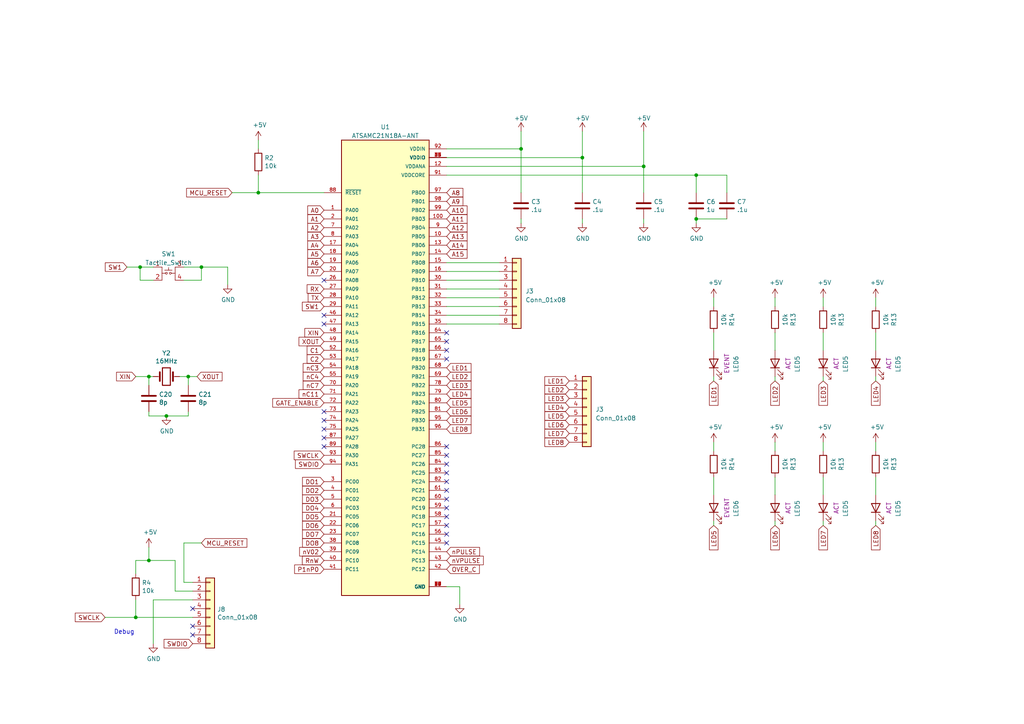
<source format=kicad_sch>
(kicad_sch (version 20230121) (generator eeschema)
  (paper "A4")
  (lib_symbols
    (symbol "ATSAMC21N18A-ANT:ATSAMC21N18A-ANT" (pin_names (offset 1.016))
      (property "Reference" "U" (at -12.7 67.31 0))
      (property "Value" "ATSAMC21N18A-ANT" (at -12.7 -67.31 0))
      (symbol "ATSAMC21N18A-ANT_0_0"
        (rectangle (start -12.7 -66.04) (end 12.7 66.04) (stroke (width 0.254)) (fill (type background)))
        (pin bidirectional line (at -17.78 45.72 0) (length 5.08) (name "PA00") (number "1"))
        (pin bidirectional line (at 17.78 38.1 180) (length 5.08) (name "PB05") (number "10"))
        (pin bidirectional line (at 17.78 43.18 180) (length 5.08) (name "PB03") (number "100"))
        (pin power_in line (at 17.78 -63.5 180) (length 5.08) (name "GND") (number "11"))
        (pin power_in line (at 17.78 58.42 180) (length 5.08) (name "VDDANA") (number "12"))
        (pin bidirectional line (at 17.78 35.56 180) (length 5.08) (name "PB06") (number "13"))
        (pin bidirectional line (at 17.78 33.02 180) (length 5.08) (name "PB07") (number "14"))
        (pin bidirectional line (at 17.78 30.48 180) (length 5.08) (name "PB08") (number "15"))
        (pin bidirectional line (at 17.78 27.94 180) (length 5.08) (name "PB09") (number "16"))
        (pin bidirectional line (at -17.78 35.56 0) (length 5.08) (name "PA04") (number "17"))
        (pin bidirectional line (at -17.78 33.02 0) (length 5.08) (name "PA05") (number "18"))
        (pin bidirectional line (at -17.78 30.48 0) (length 5.08) (name "PA06") (number "19"))
        (pin bidirectional line (at -17.78 43.18 0) (length 5.08) (name "PA01") (number "2"))
        (pin bidirectional line (at -17.78 27.94 0) (length 5.08) (name "PA07") (number "20"))
        (pin bidirectional line (at -17.78 -43.18 0) (length 5.08) (name "PC05") (number "21"))
        (pin bidirectional line (at -17.78 -45.72 0) (length 5.08) (name "PC06") (number "22"))
        (pin bidirectional line (at -17.78 -48.26 0) (length 5.08) (name "PC07") (number "23"))
        (pin power_in line (at 17.78 -63.5 180) (length 5.08) (name "GND") (number "24"))
        (pin power_in line (at 17.78 60.96 180) (length 5.08) (name "VDDIO") (number "25"))
        (pin bidirectional line (at -17.78 25.4 0) (length 5.08) (name "PA08") (number "26"))
        (pin bidirectional line (at -17.78 22.86 0) (length 5.08) (name "PA09") (number "27"))
        (pin bidirectional line (at -17.78 20.32 0) (length 5.08) (name "PA10") (number "28"))
        (pin bidirectional line (at -17.78 17.78 0) (length 5.08) (name "PA11") (number "29"))
        (pin bidirectional line (at -17.78 -33.02 0) (length 5.08) (name "PC00") (number "3"))
        (pin bidirectional line (at 17.78 25.4 180) (length 5.08) (name "PB10") (number "30"))
        (pin bidirectional line (at 17.78 22.86 180) (length 5.08) (name "PB11") (number "31"))
        (pin bidirectional line (at 17.78 20.32 180) (length 5.08) (name "PB12") (number "32"))
        (pin bidirectional line (at 17.78 17.78 180) (length 5.08) (name "PB13") (number "33"))
        (pin bidirectional line (at 17.78 15.24 180) (length 5.08) (name "PB14") (number "34"))
        (pin bidirectional line (at 17.78 12.7 180) (length 5.08) (name "PB15") (number "35"))
        (pin power_in line (at 17.78 60.96 180) (length 5.08) (name "VDDIO") (number "36"))
        (pin power_in line (at 17.78 -63.5 180) (length 5.08) (name "GND") (number "37"))
        (pin bidirectional line (at -17.78 -50.8 0) (length 5.08) (name "PC08") (number "38"))
        (pin bidirectional line (at -17.78 -53.34 0) (length 5.08) (name "PC09") (number "39"))
        (pin bidirectional line (at -17.78 -35.56 0) (length 5.08) (name "PC01") (number "4"))
        (pin bidirectional line (at -17.78 -55.88 0) (length 5.08) (name "PC10") (number "40"))
        (pin bidirectional line (at -17.78 -58.42 0) (length 5.08) (name "PC11") (number "41"))
        (pin bidirectional line (at 17.78 -58.42 180) (length 5.08) (name "PC12") (number "42"))
        (pin bidirectional line (at 17.78 -55.88 180) (length 5.08) (name "PC13") (number "43"))
        (pin bidirectional line (at 17.78 -53.34 180) (length 5.08) (name "PC14") (number "44"))
        (pin bidirectional line (at 17.78 -50.8 180) (length 5.08) (name "PC15") (number "45"))
        (pin bidirectional line (at -17.78 15.24 0) (length 5.08) (name "PA12") (number "46"))
        (pin bidirectional line (at -17.78 12.7 0) (length 5.08) (name "PA13") (number "47"))
        (pin bidirectional line (at -17.78 10.16 0) (length 5.08) (name "PA14") (number "48"))
        (pin bidirectional line (at -17.78 7.62 0) (length 5.08) (name "PA15") (number "49"))
        (pin bidirectional line (at -17.78 -38.1 0) (length 5.08) (name "PC02") (number "5"))
        (pin power_in line (at 17.78 -63.5 180) (length 5.08) (name "GND") (number "50"))
        (pin power_in line (at 17.78 60.96 180) (length 5.08) (name "VDDIO") (number "51"))
        (pin bidirectional line (at -17.78 5.08 0) (length 5.08) (name "PA16") (number "52"))
        (pin bidirectional line (at -17.78 2.54 0) (length 5.08) (name "PA17") (number "53"))
        (pin bidirectional line (at -17.78 0 0) (length 5.08) (name "PA18") (number "54"))
        (pin bidirectional line (at -17.78 -2.54 0) (length 5.08) (name "PA19") (number "55"))
        (pin bidirectional line (at 17.78 -48.26 180) (length 5.08) (name "PC16") (number "56"))
        (pin bidirectional line (at 17.78 -45.72 180) (length 5.08) (name "PC17") (number "57"))
        (pin bidirectional line (at 17.78 -43.18 180) (length 5.08) (name "PC18") (number "58"))
        (pin bidirectional line (at 17.78 -40.64 180) (length 5.08) (name "PC19") (number "59"))
        (pin bidirectional line (at -17.78 -40.64 0) (length 5.08) (name "PC03") (number "6"))
        (pin bidirectional line (at 17.78 -38.1 180) (length 5.08) (name "PC20") (number "60"))
        (pin bidirectional line (at 17.78 -35.56 180) (length 5.08) (name "PC21") (number "61"))
        (pin power_in line (at 17.78 -63.5 180) (length 5.08) (name "GND") (number "62"))
        (pin power_in line (at 17.78 60.96 180) (length 5.08) (name "VDDIO") (number "63"))
        (pin bidirectional line (at 17.78 10.16 180) (length 5.08) (name "PB16") (number "64"))
        (pin bidirectional line (at 17.78 7.62 180) (length 5.08) (name "PB17") (number "65"))
        (pin bidirectional line (at 17.78 5.08 180) (length 5.08) (name "PB18") (number "66"))
        (pin bidirectional line (at 17.78 2.54 180) (length 5.08) (name "PB19") (number "67"))
        (pin bidirectional line (at 17.78 0 180) (length 5.08) (name "PB20") (number "68"))
        (pin bidirectional line (at 17.78 -2.54 180) (length 5.08) (name "PB21") (number "69"))
        (pin bidirectional line (at -17.78 40.64 0) (length 5.08) (name "PA02") (number "7"))
        (pin bidirectional line (at -17.78 -5.08 0) (length 5.08) (name "PA20") (number "70"))
        (pin bidirectional line (at -17.78 -7.62 0) (length 5.08) (name "PA21") (number "71"))
        (pin bidirectional line (at -17.78 -10.16 0) (length 5.08) (name "PA22") (number "72"))
        (pin bidirectional line (at -17.78 -12.7 0) (length 5.08) (name "PA23") (number "73"))
        (pin bidirectional line (at -17.78 -15.24 0) (length 5.08) (name "PA24") (number "74"))
        (pin bidirectional line (at -17.78 -17.78 0) (length 5.08) (name "PA25") (number "75"))
        (pin power_in line (at 17.78 -63.5 180) (length 5.08) (name "GND") (number "76"))
        (pin power_in line (at 17.78 60.96 180) (length 5.08) (name "VDDIO") (number "77"))
        (pin bidirectional line (at 17.78 -5.08 180) (length 5.08) (name "PB22") (number "78"))
        (pin bidirectional line (at 17.78 -7.62 180) (length 5.08) (name "PB23") (number "79"))
        (pin bidirectional line (at -17.78 38.1 0) (length 5.08) (name "PA03") (number "8"))
        (pin bidirectional line (at 17.78 -10.16 180) (length 5.08) (name "PB24") (number "80"))
        (pin bidirectional line (at 17.78 -12.7 180) (length 5.08) (name "PB25") (number "81"))
        (pin bidirectional line (at 17.78 -33.02 180) (length 5.08) (name "PC24") (number "82"))
        (pin bidirectional line (at 17.78 -30.48 180) (length 5.08) (name "PC25") (number "83"))
        (pin bidirectional line (at 17.78 -27.94 180) (length 5.08) (name "PC26") (number "84"))
        (pin bidirectional line (at 17.78 -25.4 180) (length 5.08) (name "PC27") (number "85"))
        (pin bidirectional line (at 17.78 -22.86 180) (length 5.08) (name "PC28") (number "86"))
        (pin bidirectional line (at -17.78 -20.32 0) (length 5.08) (name "PA27") (number "87"))
        (pin input line (at -17.78 50.8 0) (length 5.08) (name "~{RESET}") (number "88"))
        (pin bidirectional line (at -17.78 -22.86 0) (length 5.08) (name "PA28") (number "89"))
        (pin bidirectional line (at 17.78 40.64 180) (length 5.08) (name "PB04") (number "9"))
        (pin power_in line (at 17.78 -63.5 180) (length 5.08) (name "GND") (number "90"))
        (pin power_in line (at 17.78 55.88 180) (length 5.08) (name "VDDCORE") (number "91"))
        (pin power_in line (at 17.78 63.5 180) (length 5.08) (name "VDDIN") (number "92"))
        (pin bidirectional line (at -17.78 -25.4 0) (length 5.08) (name "PA30") (number "93"))
        (pin bidirectional line (at -17.78 -27.94 0) (length 5.08) (name "PA31") (number "94"))
        (pin bidirectional line (at 17.78 -15.24 180) (length 5.08) (name "PB30") (number "95"))
        (pin bidirectional line (at 17.78 -17.78 180) (length 5.08) (name "PB31") (number "96"))
        (pin bidirectional line (at 17.78 50.8 180) (length 5.08) (name "PB00") (number "97"))
        (pin bidirectional line (at 17.78 48.26 180) (length 5.08) (name "PB01") (number "98"))
        (pin bidirectional line (at 17.78 45.72 180) (length 5.08) (name "PB02") (number "99"))
      )
    )
    (symbol "CommonProjectLibrary:Tactile_Switch" (pin_names (offset 1.016))
      (property "Reference" "SW" (at -0.635 4.318 0))
      (property "Value" "Tactile_Switch" (at -0.381 -5.207 0))
      (symbol "Tactile_Switch_0_1"
        (polyline (pts (xy -2.54 1.27) (xy -2.54 -2.54)))
        (polyline (pts (xy -1.524 -0.508) (xy -2.54 -0.508)))
        (polyline (pts (xy -0.635 0.381) (xy -0.635 1.143)))
        (polyline (pts (xy 0.127 -0.508) (xy 1.27 -0.508)))
        (polyline (pts (xy 1.27 1.27) (xy 1.27 -2.54)))
        (polyline (pts (xy -1.778 0.381) (xy 0.381 0.381) (xy 0.254 0.381)))
      )
      (symbol "Tactile_Switch_1_1"
        (circle (center -1.27 -0.508) (radius 0.2794))
        (circle (center -0.127 -0.508) (radius 0.2794))
        (pin input line (at -5.08 1.27 0) (length 2.54) (name "~") (number "1"))
        (pin input line (at -5.08 -2.54 0) (length 2.54) (name "~") (number "2"))
        (pin input line (at 3.81 1.27 180) (length 2.54) (name "~") (number "3"))
        (pin input line (at 3.81 -2.54 180) (length 2.54) (name "~") (number "4"))
      )
    )
    (symbol "Connector_Generic:Conn_01x08" (pin_names (offset 1.016) hide)
      (property "Reference" "J" (at 0 10.16 0))
      (property "Value" "Conn_01x08" (at 0 -12.7 0))
      (symbol "Conn_01x08_1_1"
        (rectangle (start -1.27 -10.033) (end 0 -10.287) (stroke (width 0.1524)))
        (rectangle (start -1.27 -7.493) (end 0 -7.747) (stroke (width 0.1524)))
        (rectangle (start -1.27 -4.953) (end 0 -5.207) (stroke (width 0.1524)))
        (rectangle (start -1.27 -2.413) (end 0 -2.667) (stroke (width 0.1524)))
        (rectangle (start -1.27 0.127) (end 0 -0.127) (stroke (width 0.1524)))
        (rectangle (start -1.27 2.667) (end 0 2.413) (stroke (width 0.1524)))
        (rectangle (start -1.27 5.207) (end 0 4.953) (stroke (width 0.1524)))
        (rectangle (start -1.27 7.747) (end 0 7.493) (stroke (width 0.1524)))
        (rectangle (start -1.27 8.89) (end 1.27 -11.43) (stroke (width 0.254)) (fill (type background)))
        (pin passive line (at -5.08 7.62 0) (length 3.81) (name "Pin_1") (number "1"))
        (pin passive line (at -5.08 5.08 0) (length 3.81) (name "Pin_2") (number "2"))
        (pin passive line (at -5.08 2.54 0) (length 3.81) (name "Pin_3") (number "3"))
        (pin passive line (at -5.08 0 0) (length 3.81) (name "Pin_4") (number "4"))
        (pin passive line (at -5.08 -2.54 0) (length 3.81) (name "Pin_5") (number "5"))
        (pin passive line (at -5.08 -5.08 0) (length 3.81) (name "Pin_6") (number "6"))
        (pin passive line (at -5.08 -7.62 0) (length 3.81) (name "Pin_7") (number "7"))
        (pin passive line (at -5.08 -10.16 0) (length 3.81) (name "Pin_8") (number "8"))
      )
    )
    (symbol "Device:C" (pin_numbers hide) (pin_names (offset 0.254))
      (property "Reference" "C" (at 0.635 2.54 0))
      (property "Value" "C" (at 0.635 -2.54 0))
      (symbol "C_0_1"
        (polyline (pts (xy -2.032 -0.762) (xy 2.032 -0.762)) (stroke (width 0.508)))
        (polyline (pts (xy -2.032 0.762) (xy 2.032 0.762)) (stroke (width 0.508)))
      )
      (symbol "C_1_1"
        (pin passive line (at 0 3.81 270) (length 2.794) (name "~") (number "1"))
        (pin passive line (at 0 -3.81 90) (length 2.794) (name "~") (number "2"))
      )
    )
    (symbol "Device:Crystal" (pin_numbers hide) (pin_names (offset 1.016) hide)
      (property "Reference" "Y" (at 0 3.81 0))
      (property "Value" "Crystal" (at 0 -3.81 0))
      (symbol "Crystal_0_1"
        (rectangle (start -1.143 2.54) (end 1.143 -2.54) (stroke (width 0.3048)))
        (polyline (pts (xy -2.54 0) (xy -1.905 0)))
        (polyline (pts (xy -1.905 -1.27) (xy -1.905 1.27)) (stroke (width 0.508)))
        (polyline (pts (xy 1.905 -1.27) (xy 1.905 1.27)) (stroke (width 0.508)))
        (polyline (pts (xy 2.54 0) (xy 1.905 0)))
      )
      (symbol "Crystal_1_1"
        (pin passive line (at -3.81 0 0) (length 1.27) (name "1") (number "1"))
        (pin passive line (at 3.81 0 180) (length 1.27) (name "2") (number "2"))
      )
    )
    (symbol "Device:LED" (pin_numbers hide) (pin_names (offset 1.016) hide)
      (property "Reference" "D" (at 0 2.54 0))
      (property "Value" "LED" (at 0 -2.54 0))
      (symbol "LED_0_1"
        (polyline (pts (xy -1.27 -1.27) (xy -1.27 1.27)) (stroke (width 0.254)))
        (polyline (pts (xy -1.27 0) (xy 1.27 0)))
        (polyline (pts (xy 1.27 -1.27) (xy 1.27 1.27) (xy -1.27 0) (xy 1.27 -1.27)) (stroke (width 0.254)))
        (polyline (pts (xy -3.048 -0.762) (xy -4.572 -2.286) (xy -3.81 -2.286) (xy -4.572 -2.286) (xy -4.572 -1.524)))
        (polyline (pts (xy -1.778 -0.762) (xy -3.302 -2.286) (xy -2.54 -2.286) (xy -3.302 -2.286) (xy -3.302 -1.524)))
      )
      (symbol "LED_1_1"
        (pin passive line (at -3.81 0 0) (length 2.54) (name "K") (number "1"))
        (pin passive line (at 3.81 0 180) (length 2.54) (name "A") (number "2"))
      )
    )
    (symbol "Device:R" (pin_numbers hide) (pin_names (offset 0))
      (property "Reference" "R" (at 2.032 0 90))
      (property "Value" "R" (at 0 0 90))
      (symbol "R_0_1"
        (rectangle (start -1.016 -2.54) (end 1.016 2.54) (stroke (width 0.254)))
      )
      (symbol "R_1_1"
        (pin passive line (at 0 3.81 270) (length 1.27) (name "~") (number "1"))
        (pin passive line (at 0 -3.81 90) (length 1.27) (name "~") (number "2"))
      )
    )
    (symbol "power:+5V" (power) (pin_names (offset 0))
      (property "Value" "+5V" (at 0 3.556 0))
      (symbol "+5V_0_1"
        (polyline (pts (xy -0.762 1.27) (xy 0 2.54)))
        (polyline (pts (xy 0 0) (xy 0 2.54)))
        (polyline (pts (xy 0 2.54) (xy 0.762 1.27)))
      )
      (symbol "+5V_1_1"
        (pin power_in line (at 0 0 90) (length 0) hide (name "+5V") (number "1"))
      )
    )
    (symbol "power:GND" (power) (pin_names (offset 0))
      (property "Value" "GND" (at 0 -3.81 0))
      (symbol "GND_0_1"
        (polyline (pts (xy 0 0) (xy 0 -1.27) (xy 1.27 -1.27) (xy 0 -2.54) (xy -1.27 -1.27) (xy 0 -1.27)))
      )
      (symbol "GND_1_1"
        (pin power_in line (at 0 0 270) (length 0) hide (name "GND") (number "1"))
      )
    )
  )
  (junction (at 40.64 77.47))
  (junction (at 168.91 45.72))
  (junction (at 201.93 50.8))
  (junction (at 186.69 48.26))
  (junction (at 48.26 120.65))
  (junction (at 39.37 179.07))
  (junction (at 43.18 109.22))
  (junction (at 74.93 55.88))
  (junction (at 201.93 63.5))
  (junction (at 58.42 77.47))
  (junction (at 43.18 162.56))
  (junction (at 54.61 109.22))
  (junction (at 151.13 43.18))
  (no_connect (at 129.54 149.86))
  (no_connect (at 93.98 121.92))
  (no_connect (at 129.54 147.32))
  (no_connect (at 55.88 176.53))
  (no_connect (at 129.54 129.54))
  (no_connect (at 93.98 124.46))
  (no_connect (at 93.98 129.54))
  (no_connect (at 129.54 104.14))
  (no_connect (at 129.54 101.6))
  (no_connect (at 93.98 119.38))
  (no_connect (at 93.98 93.98))
  (no_connect (at 129.54 154.94))
  (no_connect (at 129.54 144.78))
  (no_connect (at 129.54 142.24))
  (no_connect (at 129.54 96.52))
  (no_connect (at 129.54 99.06))
  (no_connect (at 93.98 81.28))
  (no_connect (at 93.98 127))
  (no_connect (at 129.54 137.16))
  (no_connect (at 129.54 152.4))
  (no_connect (at 129.54 132.08))
  (no_connect (at 129.54 134.62))
  (no_connect (at 129.54 157.48))
  (no_connect (at 129.54 139.7))
  (no_connect (at 55.88 181.61))
  (no_connect (at 93.98 91.44))
  (no_connect (at 55.88 184.15))
  (wire (pts (xy 53.34 157.48) (xy 58.42 157.48)))
  (wire (pts (xy 201.93 55.88) (xy 201.93 50.8)))
  (wire (pts (xy 44.45 173.99) (xy 44.45 186.69)))
  (wire (pts (xy 168.91 38.1) (xy 168.91 45.72)))
  (wire (pts (xy 129.54 83.82) (xy 144.78 83.82)))
  (wire (pts (xy 207.01 128.27) (xy 207.01 130.81)))
  (wire (pts (xy 129.54 93.98) (xy 144.78 93.98)))
  (wire (pts (xy 50.8 162.56) (xy 50.8 171.45)))
  (wire (pts (xy 207.01 110.49) (xy 207.01 109.22)))
  (wire (pts (xy 40.64 81.28) (xy 40.64 77.47)))
  (wire (pts (xy 129.54 50.8) (xy 201.93 50.8)))
  (wire (pts (xy 44.45 81.28) (xy 40.64 81.28)))
  (wire (pts (xy 238.76 128.27) (xy 238.76 130.81)))
  (wire (pts (xy 54.61 109.22) (xy 57.15 109.22)))
  (wire (pts (xy 55.88 173.99) (xy 44.45 173.99)))
  (wire (pts (xy 129.54 91.44) (xy 144.78 91.44)))
  (wire (pts (xy 39.37 173.99) (xy 39.37 179.07)))
  (wire (pts (xy 144.78 78.74) (xy 129.54 78.74)))
  (wire (pts (xy 254 128.27) (xy 254 130.81)))
  (wire (pts (xy 151.13 38.1) (xy 151.13 43.18)))
  (wire (pts (xy 53.34 81.28) (xy 58.42 81.28)))
  (wire (pts (xy 43.18 109.22) (xy 44.45 109.22)))
  (wire (pts (xy 55.88 168.91) (xy 53.34 168.91)))
  (wire (pts (xy 238.76 86.36) (xy 238.76 88.9)))
  (wire (pts (xy 43.18 120.65) (xy 43.18 119.38)))
  (wire (pts (xy 224.79 86.36) (xy 224.79 88.9)))
  (wire (pts (xy 129.54 43.18) (xy 151.13 43.18)))
  (wire (pts (xy 207.01 86.36) (xy 207.01 88.9)))
  (wire (pts (xy 129.54 86.36) (xy 144.78 86.36)))
  (wire (pts (xy 201.93 63.5) (xy 201.93 64.77)))
  (wire (pts (xy 254 110.49) (xy 254 109.22)))
  (wire (pts (xy 74.93 50.8) (xy 74.93 55.88)))
  (wire (pts (xy 207.01 96.52) (xy 207.01 101.6)))
  (wire (pts (xy 254 152.4) (xy 254 151.13)))
  (wire (pts (xy 168.91 55.88) (xy 168.91 45.72)))
  (wire (pts (xy 238.76 110.49) (xy 238.76 109.22)))
  (wire (pts (xy 151.13 63.5) (xy 151.13 64.77)))
  (wire (pts (xy 254 96.52) (xy 254 101.6)))
  (wire (pts (xy 66.04 82.55) (xy 66.04 77.47)))
  (wire (pts (xy 186.69 63.5) (xy 186.69 64.77)))
  (wire (pts (xy 39.37 179.07) (xy 55.88 179.07)))
  (wire (pts (xy 210.82 50.8) (xy 210.82 55.88)))
  (wire (pts (xy 58.42 81.28) (xy 58.42 77.47)))
  (wire (pts (xy 53.34 77.47) (xy 58.42 77.47)))
  (wire (pts (xy 186.69 38.1) (xy 186.69 48.26)))
  (wire (pts (xy 58.42 77.47) (xy 66.04 77.47)))
  (wire (pts (xy 224.79 128.27) (xy 224.79 130.81)))
  (wire (pts (xy 48.26 120.65) (xy 54.61 120.65)))
  (wire (pts (xy 129.54 170.18) (xy 133.35 170.18)))
  (wire (pts (xy 129.54 81.28) (xy 144.78 81.28)))
  (wire (pts (xy 67.31 55.88) (xy 74.93 55.88)))
  (wire (pts (xy 201.93 50.8) (xy 210.82 50.8)))
  (wire (pts (xy 238.76 138.43) (xy 238.76 143.51)))
  (wire (pts (xy 93.98 55.88) (xy 74.93 55.88)))
  (wire (pts (xy 43.18 158.75) (xy 43.18 162.56)))
  (wire (pts (xy 210.82 63.5) (xy 201.93 63.5)))
  (wire (pts (xy 52.07 109.22) (xy 54.61 109.22)))
  (wire (pts (xy 207.01 138.43) (xy 207.01 143.51)))
  (wire (pts (xy 144.78 76.2) (xy 129.54 76.2)))
  (wire (pts (xy 238.76 152.4) (xy 238.76 151.13)))
  (wire (pts (xy 254 138.43) (xy 254 143.51)))
  (wire (pts (xy 224.79 138.43) (xy 224.79 143.51)))
  (wire (pts (xy 186.69 55.88) (xy 186.69 48.26)))
  (wire (pts (xy 48.26 120.65) (xy 43.18 120.65)))
  (wire (pts (xy 50.8 171.45) (xy 55.88 171.45)))
  (wire (pts (xy 30.48 179.07) (xy 39.37 179.07)))
  (wire (pts (xy 39.37 166.37) (xy 39.37 162.56)))
  (wire (pts (xy 74.93 40.64) (xy 74.93 43.18)))
  (wire (pts (xy 224.79 96.52) (xy 224.79 101.6)))
  (wire (pts (xy 54.61 111.76) (xy 54.61 109.22)))
  (wire (pts (xy 40.64 77.47) (xy 36.83 77.47)))
  (wire (pts (xy 129.54 88.9) (xy 144.78 88.9)))
  (wire (pts (xy 129.54 45.72) (xy 168.91 45.72)))
  (wire (pts (xy 254 86.36) (xy 254 88.9)))
  (wire (pts (xy 133.35 170.18) (xy 133.35 175.26)))
  (wire (pts (xy 168.91 63.5) (xy 168.91 64.77)))
  (wire (pts (xy 53.34 168.91) (xy 53.34 157.48)))
  (wire (pts (xy 54.61 120.65) (xy 54.61 119.38)))
  (wire (pts (xy 43.18 111.76) (xy 43.18 109.22)))
  (wire (pts (xy 224.79 152.4) (xy 224.79 151.13)))
  (wire (pts (xy 224.79 110.49) (xy 224.79 109.22)))
  (wire (pts (xy 44.45 77.47) (xy 40.64 77.47)))
  (wire (pts (xy 238.76 96.52) (xy 238.76 101.6)))
  (wire (pts (xy 39.37 162.56) (xy 43.18 162.56)))
  (wire (pts (xy 129.54 48.26) (xy 186.69 48.26)))
  (wire (pts (xy 151.13 43.18) (xy 151.13 55.88)))
  (wire (pts (xy 39.37 109.22) (xy 43.18 109.22)))
  (wire (pts (xy 207.01 152.4) (xy 207.01 151.13)))
  (wire (pts (xy 43.18 162.56) (xy 50.8 162.56)))
  (text "Debug" (at 33.02 184.15 0) (effects (font (size 1.27 1.27)) (justify left bottom)))
  (global_label "LED3" (shape input) (at 129.54 111.76 0) (property "Intersheetrefs" "${INTERSHEET_REFS}" (effects hide)))
  (global_label "A14" (shape input) (at 129.54 71.12 0) (property "Intersheetrefs" "${INTERSHEET_REFS}" (effects hide)))
  (global_label "GATE_ENABLE" (shape input) (at 93.98 116.84 180) (property "Intersheetrefs" "${INTERSHEET_REFS}" (effects hide)))
  (global_label "A15" (shape input) (at 129.54 73.66 0) (property "Intersheetrefs" "${INTERSHEET_REFS}" (effects hide)))
  (global_label "RnW" (shape input) (at 93.98 162.56 180) (property "Intersheetrefs" "${INTERSHEET_REFS}" (effects hide)))
  (global_label "SW1" (shape input) (at 93.98 88.9 180) (property "Intersheetrefs" "${INTERSHEET_REFS}" (effects hide)))
  (global_label "DO8" (shape input) (at 93.98 157.48 180) (property "Intersheetrefs" "${INTERSHEET_REFS}" (effects hide)))
  (global_label "LED7" (shape input) (at 129.54 121.92 0) (property "Intersheetrefs" "${INTERSHEET_REFS}" (effects hide)))
  (global_label "LED2" (shape input) (at 224.79 110.49 270) (property "Intersheetrefs" "${INTERSHEET_REFS}" (effects hide)))
  (global_label "DO3" (shape input) (at 93.98 144.78 180) (property "Intersheetrefs" "${INTERSHEET_REFS}" (effects hide)))
  (global_label "LED2" (shape input) (at 129.54 109.22 0) (property "Intersheetrefs" "${INTERSHEET_REFS}" (effects hide)))
  (global_label "LED6" (shape input) (at 224.79 152.4 270) (property "Intersheetrefs" "${INTERSHEET_REFS}" (effects hide)))
  (global_label "A3" (shape input) (at 93.98 68.58 180) (property "Intersheetrefs" "${INTERSHEET_REFS}" (effects hide)))
  (global_label "LED8" (shape input) (at 165.1 128.27 180) (property "Intersheetrefs" "${INTERSHEET_REFS}" (effects hide)))
  (global_label "LED5" (shape input) (at 129.54 116.84 0) (property "Intersheetrefs" "${INTERSHEET_REFS}" (effects hide)))
  (global_label "LED4" (shape input) (at 254 110.49 270) (property "Intersheetrefs" "${INTERSHEET_REFS}" (effects hide)))
  (global_label "DO7" (shape input) (at 93.98 154.94 180) (property "Intersheetrefs" "${INTERSHEET_REFS}" (effects hide)))
  (global_label "SWDIO" (shape input) (at 55.88 186.69 180) (property "Intersheetrefs" "${INTERSHEET_REFS}" (effects hide)))
  (global_label "LED5" (shape input) (at 207.01 152.4 270) (property "Intersheetrefs" "${INTERSHEET_REFS}" (effects hide)))
  (global_label "nV02" (shape input) (at 93.98 160.02 180) (property "Intersheetrefs" "${INTERSHEET_REFS}" (effects hide)))
  (global_label "DO6" (shape input) (at 93.98 152.4 180) (property "Intersheetrefs" "${INTERSHEET_REFS}" (effects hide)))
  (global_label "LED7" (shape input) (at 165.1 125.73 180) (property "Intersheetrefs" "${INTERSHEET_REFS}" (effects hide)))
  (global_label "LED4" (shape input) (at 129.54 114.3 0) (property "Intersheetrefs" "${INTERSHEET_REFS}" (effects hide)))
  (global_label "nC7" (shape input) (at 93.98 111.76 180) (property "Intersheetrefs" "${INTERSHEET_REFS}" (effects hide)))
  (global_label "MCU_RESET" (shape input) (at 67.31 55.88 180) (property "Intersheetrefs" "${INTERSHEET_REFS}" (effects hide)))
  (global_label "A0" (shape input) (at 93.98 60.96 180) (property "Intersheetrefs" "${INTERSHEET_REFS}" (effects hide)))
  (global_label "A13" (shape input) (at 129.54 68.58 0) (property "Intersheetrefs" "${INTERSHEET_REFS}" (effects hide)))
  (global_label "OVER_C" (shape input) (at 129.54 165.1 0) (property "Intersheetrefs" "${INTERSHEET_REFS}" (effects hide)))
  (global_label "A6" (shape input) (at 93.98 76.2 180) (property "Intersheetrefs" "${INTERSHEET_REFS}" (effects hide)))
  (global_label "LED1" (shape input) (at 207.01 110.49 270) (property "Intersheetrefs" "${INTERSHEET_REFS}" (effects hide)))
  (global_label "A9" (shape input) (at 129.54 58.42 0) (property "Intersheetrefs" "${INTERSHEET_REFS}" (effects hide)))
  (global_label "A7" (shape input) (at 93.98 78.74 180) (property "Intersheetrefs" "${INTERSHEET_REFS}" (effects hide)))
  (global_label "P1nP0" (shape input) (at 93.98 165.1 180) (property "Intersheetrefs" "${INTERSHEET_REFS}" (effects hide)))
  (global_label "LED3" (shape input) (at 165.1 115.57 180) (property "Intersheetrefs" "${INTERSHEET_REFS}" (effects hide)))
  (global_label "XIN" (shape input) (at 93.98 96.52 180) (property "Intersheetrefs" "${INTERSHEET_REFS}" (effects hide)))
  (global_label "XOUT" (shape input) (at 93.98 99.06 180) (property "Intersheetrefs" "${INTERSHEET_REFS}" (effects hide)))
  (global_label "A1" (shape input) (at 93.98 63.5 180) (property "Intersheetrefs" "${INTERSHEET_REFS}" (effects hide)))
  (global_label "LED4" (shape input) (at 165.1 118.11 180) (property "Intersheetrefs" "${INTERSHEET_REFS}" (effects hide)))
  (global_label "DO2" (shape input) (at 93.98 142.24 180) (property "Intersheetrefs" "${INTERSHEET_REFS}" (effects hide)))
  (global_label "LED8" (shape input) (at 254 152.4 270) (property "Intersheetrefs" "${INTERSHEET_REFS}" (effects hide)))
  (global_label "RX" (shape input) (at 93.98 83.82 180) (property "Intersheetrefs" "${INTERSHEET_REFS}" (effects hide)))
  (global_label "A4" (shape input) (at 93.98 71.12 180) (property "Intersheetrefs" "${INTERSHEET_REFS}" (effects hide)))
  (global_label "SWCLK" (shape input) (at 30.48 179.07 180) (property "Intersheetrefs" "${INTERSHEET_REFS}" (effects hide)))
  (global_label "A2" (shape input) (at 93.98 66.04 180) (property "Intersheetrefs" "${INTERSHEET_REFS}" (effects hide)))
  (global_label "SWCLK" (shape input) (at 93.98 132.08 180) (property "Intersheetrefs" "${INTERSHEET_REFS}" (effects hide)))
  (global_label "A11" (shape input) (at 129.54 63.5 0) (property "Intersheetrefs" "${INTERSHEET_REFS}" (effects hide)))
  (global_label "DO4" (shape input) (at 93.98 147.32 180) (property "Intersheetrefs" "${INTERSHEET_REFS}" (effects hide)))
  (global_label "C1" (shape input) (at 93.98 101.6 180) (property "Intersheetrefs" "${INTERSHEET_REFS}" (effects hide)))
  (global_label "MCU_RESET" (shape input) (at 58.42 157.48 0) (property "Intersheetrefs" "${INTERSHEET_REFS}" (effects hide)))
  (global_label "nC3" (shape input) (at 93.98 106.68 180) (property "Intersheetrefs" "${INTERSHEET_REFS}" (effects hide)))
  (global_label "LED8" (shape input) (at 129.54 124.46 0) (property "Intersheetrefs" "${INTERSHEET_REFS}" (effects hide)))
  (global_label "LED3" (shape input) (at 238.76 110.49 270) (property "Intersheetrefs" "${INTERSHEET_REFS}" (effects hide)))
  (global_label "nC4" (shape input) (at 93.98 109.22 180) (property "Intersheetrefs" "${INTERSHEET_REFS}" (effects hide)))
  (global_label "A12" (shape input) (at 129.54 66.04 0) (property "Intersheetrefs" "${INTERSHEET_REFS}" (effects hide)))
  (global_label "LED1" (shape input) (at 129.54 106.68 0) (property "Intersheetrefs" "${INTERSHEET_REFS}" (effects hide)))
  (global_label "SWDIO" (shape input) (at 93.98 134.62 180) (property "Intersheetrefs" "${INTERSHEET_REFS}" (effects hide)))
  (global_label "XOUT" (shape input) (at 57.15 109.22 0) (property "Intersheetrefs" "${INTERSHEET_REFS}" (effects hide)))
  (global_label "LED6" (shape input) (at 165.1 123.19 180) (property "Intersheetrefs" "${INTERSHEET_REFS}" (effects hide)))
  (global_label "LED5" (shape input) (at 165.1 120.65 180) (property "Intersheetrefs" "${INTERSHEET_REFS}" (effects hide)))
  (global_label "C2" (shape input) (at 93.98 104.14 180) (property "Intersheetrefs" "${INTERSHEET_REFS}" (effects hide)))
  (global_label "DO5" (shape input) (at 93.98 149.86 180) (property "Intersheetrefs" "${INTERSHEET_REFS}" (effects hide)))
  (global_label "nC11" (shape input) (at 93.98 114.3 180) (property "Intersheetrefs" "${INTERSHEET_REFS}" (effects hide)))
  (global_label "TX" (shape input) (at 93.98 86.36 180) (property "Intersheetrefs" "${INTERSHEET_REFS}" (effects hide)))
  (global_label "nPULSE" (shape input) (at 129.54 160.02 0) (property "Intersheetrefs" "${INTERSHEET_REFS}" (effects hide)))
  (global_label "LED1" (shape input) (at 165.1 110.49 180) (property "Intersheetrefs" "${INTERSHEET_REFS}" (effects hide)))
  (global_label "LED2" (shape input) (at 165.1 113.03 180) (property "Intersheetrefs" "${INTERSHEET_REFS}" (effects hide)))
  (global_label "XIN" (shape input) (at 39.37 109.22 180) (property "Intersheetrefs" "${INTERSHEET_REFS}" (effects hide)))
  (global_label "A8" (shape input) (at 129.54 55.88 0) (property "Intersheetrefs" "${INTERSHEET_REFS}" (effects hide)))
  (global_label "A5" (shape input) (at 93.98 73.66 180) (property "Intersheetrefs" "${INTERSHEET_REFS}" (effects hide)))
  (global_label "SW1" (shape input) (at 36.83 77.47 180) (property "Intersheetrefs" "${INTERSHEET_REFS}" (effects hide)))
  (global_label "nVPULSE" (shape input) (at 129.54 162.56 0) (property "Intersheetrefs" "${INTERSHEET_REFS}" (effects hide)))
  (global_label "LED6" (shape input) (at 129.54 119.38 0) (property "Intersheetrefs" "${INTERSHEET_REFS}" (effects hide)))
  (global_label "DO1" (shape input) (at 93.98 139.7 180) (property "Intersheetrefs" "${INTERSHEET_REFS}" (effects hide)))
  (global_label "A10" (shape input) (at 129.54 60.96 0) (property "Intersheetrefs" "${INTERSHEET_REFS}" (effects hide)))
  (global_label "LED7" (shape input) (at 238.76 152.4 270) (property "Intersheetrefs" "${INTERSHEET_REFS}" (effects hide)))
  (symbol (lib_id "Device:R") (at 254 92.71 180) (unit 1)
    (property "Reference" "R13" (at 259.2578 92.71 90))
    (property "Value" "10k" (at 256.9464 92.71 90))
    (property "Footprint" "Resistor_SMD:R_0603_1608Metric" (effects hide))
    (instances (project "DataIOTest" (path "" (reference "R13") (unit 1)) (path "" (reference "R9") (unit 1))) (project "unicheck" (path "" (reference "R3") (unit 1)) (path "" (reference "R?") (unit 1))))
  )
  (symbol (lib_id "Device:R") (at 224.79 134.62 180) (unit 1)
    (property "Reference" "R13" (at 230.0478 134.62 90))
    (property "Value" "10k" (at 227.7364 134.62 90))
    (property "Footprint" "Resistor_SMD:R_0603_1608Metric" (effects hide))
    (instances (project "DataIOTest" (path "" (reference "R13") (unit 1)) (path "" (reference "R6") (unit 1))) (project "unicheck" (path "" (reference "R3") (unit 1)) (path "" (reference "R?") (unit 1))))
  )
  (symbol (lib_id "power:+5V") (at 238.76 86.36 0) (unit 1)
    (property "Reference" "#PWR037" (effects hide))
    (property "Value" "+5V" (at 239.141 81.9658 0))
    (instances (project "DataIOTest" (path "" (reference "#PWR037") (unit 1)) (path "" (reference "#PWR019") (unit 1))) (project "unicheck" (path "" (reference "#PWR019") (unit 1))))
  )
  (symbol (lib_id "Connector_Generic:Conn_01x08") (at 60.96 176.53 0) (unit 1)
    (property "Reference" "J8" (at 62.992 176.7332 0) (effects (justify left)))
    (property "Value" "Conn_01x08" (at 62.992 179.0446 0) (effects (justify left)))
    (property "Footprint" "Connector_PinHeader_2.54mm:PinHeader_1x08_P2.54mm_Vertical" (effects hide))
    (instances (project "DataIOTest" (path "" (reference "J8") (unit 1)) (path "" (reference "J1") (unit 1))) (project "unicheck" (path "" (reference "J1") (unit 1))))
  )
  (symbol (lib_id "power:+5V") (at 254 86.36 0) (unit 1)
    (property "Reference" "#PWR037" (effects hide))
    (property "Value" "+5V" (at 254.381 81.9658 0))
    (instances (project "DataIOTest" (path "" (reference "#PWR037") (unit 1)) (path "" (reference "#PWR021") (unit 1))) (project "unicheck" (path "" (reference "#PWR019") (unit 1))))
  )
  (symbol (lib_id "Connector_Generic:Conn_01x08") (at 170.18 118.11 0) (unit 1)
    (property "Reference" "J3" (at 172.72 118.745 0) (effects (justify left)))
    (property "Value" "Conn_01x08" (at 172.72 121.285 0) (effects (justify left)))
    (property "Footprint" "Connector_PinHeader_2.54mm:PinHeader_1x08_P2.54mm_Vertical" (effects hide))
  )
  (symbol (lib_id "power:+5V") (at 43.18 158.75 0) (unit 1)
    (property "Reference" "#PWR017" (effects hide))
    (property "Value" "+5V" (at 43.561 154.3558 0))
    (instances (project "DataIOTest" (path "" (reference "#PWR017") (unit 1)) (path "" (reference "#PWR01") (unit 1))) (project "unicheck" (path "" (reference "#PWR02") (unit 1))))
  )
  (symbol (lib_id "power:+5V") (at 238.76 128.27 0) (unit 1)
    (property "Reference" "#PWR037" (effects hide))
    (property "Value" "+5V" (at 239.141 123.8758 0))
    (instances (project "DataIOTest" (path "" (reference "#PWR037") (unit 1)) (path "" (reference "#PWR020") (unit 1))) (project "unicheck" (path "" (reference "#PWR019") (unit 1))))
  )
  (symbol (lib_id "Device:R") (at 207.01 92.71 180) (unit 1)
    (property "Reference" "R14" (at 212.2678 92.71 90))
    (property "Value" "10k" (at 209.9564 92.71 90))
    (property "Footprint" "Resistor_SMD:R_0603_1608Metric" (effects hide))
    (instances (project "DataIOTest" (path "" (reference "R14") (unit 1)) (path "" (reference "R3") (unit 1))) (project "unicheck" (path "" (reference "R4") (unit 1)) (path "" (reference "R?") (unit 1))))
  )
  (symbol (lib_id "Device:C") (at 54.61 115.57 0) (unit 1)
    (property "Reference" "C21" (at 57.531 114.4016 0) (effects (justify left)))
    (property "Value" "8p" (at 57.531 116.713 0) (effects (justify left)))
    (property "Footprint" "Capacitor_SMD:C_0603_1608Metric" (effects hide))
    (instances (project "DataIOTest" (path "" (reference "C21") (unit 1)) (path "" (reference "C2") (unit 1))) (project "unicheck" (path "" (reference "C3") (unit 1))))
  )
  (symbol (lib_id "power:+5V") (at 186.69 38.1 0) (unit 1)
    (property "Reference" "#PWR011" (effects hide))
    (property "Value" "+5V" (at 186.69 34.29 0))
    (instances (project "DataIOTest" (path "" (reference "#PWR011") (unit 1))) (project "unicheck" (path "" (reference "#PWR016") (unit 1))))
  )
  (symbol (lib_id "Device:R") (at 39.37 170.18 0) (unit 1)
    (property "Reference" "R4" (at 41.148 169.0116 0) (effects (justify left)))
    (property "Value" "10k" (at 41.148 171.323 0) (effects (justify left)))
    (property "Footprint" "Resistor_SMD:R_0603_1608Metric" (effects hide))
    (instances (project "DataIOTest" (path "" (reference "R4") (unit 1)) (path "" (reference "R1") (unit 1))) (project "unicheck" (path "" (reference "R1") (unit 1))))
  )
  (symbol (lib_id "Device:Crystal") (at 48.26 109.22 0) (mirror y) (unit 1)
    (property "Reference" "Y2" (at 48.26 102.4128 0))
    (property "Value" "16MHz" (at 48.26 104.7242 0))
    (property "Footprint" "Crystal:Crystal_SMD_3225-4Pin_3.2x2.5mm" (effects hide))
    (instances (project "DataIOTest" (path "" (reference "Y2") (unit 1)) (path "" (reference "Y1") (unit 1))) (project "unicheck" (path "" (reference "Y1") (unit 1))))
  )
  (symbol (lib_id "Device:R") (at 238.76 134.62 180) (unit 1)
    (property "Reference" "R13" (at 244.0178 134.62 90))
    (property "Value" "10k" (at 241.7064 134.62 90))
    (property "Footprint" "Resistor_SMD:R_0603_1608Metric" (effects hide))
    (instances (project "DataIOTest" (path "" (reference "R13") (unit 1)) (path "" (reference "R8") (unit 1))) (project "unicheck" (path "" (reference "R3") (unit 1)) (path "" (reference "R?") (unit 1))))
  )
  (symbol (lib_id "Device:LED") (at 224.79 105.41 90) (unit 1)
    (property "Reference" "LED5" (at 231.267 105.5878 0))
    (property "Value" "2" (effects hide))
    (property "Footprint" "LED_SMD:LED_0603_1608Metric" (effects hide))
    (property "Label" "ACT" (at 228.6 105.41 0))
    (instances (project "DataIOTest" (path "" (reference "LED5") (unit 1)) (path "" (reference "LED2") (unit 1))) (project "unicheck" (path "" (reference "LED1") (unit 1)) (path "" (reference "LED?") (unit 1))))
  )
  (symbol (lib_id "Device:R") (at 254 134.62 180) (unit 1)
    (property "Reference" "R13" (at 259.2578 134.62 90))
    (property "Value" "10k" (at 256.9464 134.62 90))
    (property "Footprint" "Resistor_SMD:R_0603_1608Metric" (effects hide))
    (instances (project "DataIOTest" (path "" (reference "R13") (unit 1)) (path "" (reference "R10") (unit 1))) (project "unicheck" (path "" (reference "R3") (unit 1)) (path "" (reference "R?") (unit 1))))
  )
  (symbol (lib_id "power:+5V") (at 74.93 40.64 0) (unit 1)
    (property "Reference" "#PWR05" (effects hide))
    (property "Value" "+5V" (at 75.311 36.2458 0))
    (instances (project "DataIOTest" (path "" (reference "#PWR05") (unit 1))) (project "unicheck" (path "" (reference "#PWR010") (unit 1))))
  )
  (symbol (lib_id "ATSAMC21N18A-ANT:ATSAMC21N18A-ANT") (at 111.76 106.68 0) (unit 1)
    (property "Reference" "U1" (at 111.76 36.83 0))
    (property "Value" "ATSAMC21N18A-ANT" (at 111.76 39.37 0))
    (property "Footprint" "project-common:QFP50P1600X1600X120-100N" (effects hide))
    (property "PARTREV" "F" (effects hide))
    (property "STANDARD" "IPC 7351B" (effects hide))
    (property "MAXIMUM_PACKAGE_HEIGHT" "1.2 mm" (effects hide))
    (property "MANUFACTURER" "Microchip Technology" (effects hide))
  )
  (symbol (lib_id "power:GND") (at 151.13 64.77 0) (unit 1)
    (property "Reference" "#PWR08" (effects hide))
    (property "Value" "GND" (at 151.257 69.1642 0))
    (instances (project "DataIOTest" (path "" (reference "#PWR08") (unit 1))) (project "unicheck" (path "" (reference "#PWR015") (unit 1))))
  )
  (symbol (lib_id "power:GND") (at 186.69 64.77 0) (unit 1)
    (property "Reference" "#PWR012" (effects hide))
    (property "Value" "GND" (at 186.817 69.1642 0))
    (instances (project "DataIOTest" (path "" (reference "#PWR012") (unit 1))) (project "unicheck" (path "" (reference "#PWR015") (unit 1))))
  )
  (symbol (lib_id "Device:R") (at 238.76 92.71 180) (unit 1)
    (property "Reference" "R13" (at 244.0178 92.71 90))
    (property "Value" "10k" (at 241.7064 92.71 90))
    (property "Footprint" "Resistor_SMD:R_0603_1608Metric" (effects hide))
    (instances (project "DataIOTest" (path "" (reference "R13") (unit 1)) (path "" (reference "R7") (unit 1))) (project "unicheck" (path "" (reference "R3") (unit 1)) (path "" (reference "R?") (unit 1))))
  )
  (symbol (lib_id "Device:C") (at 151.13 59.69 0) (unit 1)
    (property "Reference" "C3" (at 154.051 58.5216 0) (effects (justify left)))
    (property "Value" ".1u" (at 154.051 60.833 0) (effects (justify left)))
    (property "Footprint" "Capacitor_SMD:C_0603_1608Metric" (effects hide))
    (instances (project "DataIOTest" (path "" (reference "C3") (unit 1))) (project "unicheck" (path "" (reference "C10") (unit 1))))
  )
  (symbol (lib_id "Device:LED") (at 254 105.41 90) (unit 1)
    (property "Reference" "LED5" (at 260.477 105.5878 0))
    (property "Value" "4" (effects hide))
    (property "Footprint" "LED_SMD:LED_0603_1608Metric" (effects hide))
    (property "Label" "ACT" (at 257.81 105.41 0))
    (instances (project "DataIOTest" (path "" (reference "LED5") (unit 1)) (path "" (reference "LED4") (unit 1))) (project "unicheck" (path "" (reference "LED1") (unit 1)) (path "" (reference "LED?") (unit 1))))
  )
  (symbol (lib_id "power:+5V") (at 151.13 38.1 0) (unit 1)
    (property "Reference" "#PWR07" (effects hide))
    (property "Value" "+5V" (at 151.13 34.29 0))
    (instances (project "DataIOTest" (path "" (reference "#PWR07") (unit 1))) (project "unicheck" (path "" (reference "#PWR016") (unit 1))))
  )
  (symbol (lib_id "Device:C") (at 201.93 59.69 0) (unit 1)
    (property "Reference" "C6" (at 204.851 58.5216 0) (effects (justify left)))
    (property "Value" "1u" (at 204.851 60.833 0) (effects (justify left)))
    (property "Footprint" "Capacitor_SMD:C_0603_1608Metric" (effects hide))
  )
  (symbol (lib_id "Device:LED") (at 224.79 147.32 90) (unit 1)
    (property "Reference" "LED5" (at 231.267 147.4978 0))
    (property "Value" "6" (effects hide))
    (property "Footprint" "LED_SMD:LED_0603_1608Metric" (effects hide))
    (property "Label" "ACT" (at 228.6 147.32 0))
    (instances (project "DataIOTest" (path "" (reference "LED5") (unit 1)) (path "" (reference "LED6") (unit 1))) (project "unicheck" (path "" (reference "LED1") (unit 1)) (path "" (reference "LED?") (unit 1))))
  )
  (symbol (lib_id "power:+5V") (at 254 128.27 0) (unit 1)
    (property "Reference" "#PWR037" (effects hide))
    (property "Value" "+5V" (at 254.381 123.8758 0))
    (instances (project "DataIOTest" (path "" (reference "#PWR037") (unit 1)) (path "" (reference "#PWR022") (unit 1))) (project "unicheck" (path "" (reference "#PWR019") (unit 1))))
  )
  (symbol (lib_id "power:GND") (at 168.91 64.77 0) (unit 1)
    (property "Reference" "#PWR010" (effects hide))
    (property "Value" "GND" (at 169.037 69.1642 0))
    (instances (project "DataIOTest" (path "" (reference "#PWR010") (unit 1))) (project "unicheck" (path "" (reference "#PWR015") (unit 1))))
  )
  (symbol (lib_id "power:+5V") (at 207.01 128.27 0) (unit 1)
    (property "Reference" "#PWR038" (effects hide))
    (property "Value" "+5V" (at 207.391 123.8758 0))
    (instances (project "DataIOTest" (path "" (reference "#PWR038") (unit 1)) (path "" (reference "#PWR016") (unit 1))) (project "unicheck" (path "" (reference "#PWR020") (unit 1))))
  )
  (symbol (lib_id "Device:LED") (at 207.01 105.41 90) (unit 1)
    (property "Reference" "LED6" (at 213.487 105.5878 0))
    (property "Value" "1" (effects hide))
    (property "Footprint" "LED_SMD:LED_0603_1608Metric" (effects hide))
    (property "Label" "EVENT" (at 210.82 105.41 0))
    (instances (project "DataIOTest" (path "" (reference "LED6") (unit 1)) (path "" (reference "LED1") (unit 1))) (project "unicheck" (path "" (reference "LED2") (unit 1)) (path "" (reference "LED?") (unit 1))))
  )
  (symbol (lib_id "Device:C") (at 210.82 59.69 0) (unit 1)
    (property "Reference" "C7" (at 213.741 58.5216 0) (effects (justify left)))
    (property "Value" ".1u" (at 213.741 60.833 0) (effects (justify left)))
    (property "Footprint" "Capacitor_SMD:C_0603_1608Metric" (effects hide))
  )
  (symbol (lib_id "power:GND") (at 48.26 120.65 0) (unit 1)
    (property "Reference" "#PWR032" (effects hide))
    (property "Value" "GND" (at 48.387 125.0442 0))
    (instances (project "DataIOTest" (path "" (reference "#PWR032") (unit 1)) (path "" (reference "#PWR03") (unit 1))) (project "unicheck" (path "" (reference "#PWR01") (unit 1))))
  )
  (symbol (lib_id "power:GND") (at 133.35 175.26 0) (unit 1)
    (property "Reference" "#PWR06" (effects hide))
    (property "Value" "GND" (at 133.477 179.6542 0))
    (instances (project "DataIOTest" (path "" (reference "#PWR06") (unit 1))) (project "unicheck" (path "" (reference "#PWR018") (unit 1))))
  )
  (symbol (lib_id "Device:R") (at 207.01 134.62 180) (unit 1)
    (property "Reference" "R14" (at 212.2678 134.62 90))
    (property "Value" "10k" (at 209.9564 134.62 90))
    (property "Footprint" "Resistor_SMD:R_0603_1608Metric" (effects hide))
    (instances (project "DataIOTest" (path "" (reference "R14") (unit 1)) (path "" (reference "R4") (unit 1))) (project "unicheck" (path "" (reference "R4") (unit 1)) (path "" (reference "R?") (unit 1))))
  )
  (symbol (lib_id "Device:R") (at 224.79 92.71 180) (unit 1)
    (property "Reference" "R13" (at 230.0478 92.71 90))
    (property "Value" "10k" (at 227.7364 92.71 90))
    (property "Footprint" "Resistor_SMD:R_0603_1608Metric" (effects hide))
    (instances (project "DataIOTest" (path "" (reference "R13") (unit 1)) (path "" (reference "R5") (unit 1))) (project "unicheck" (path "" (reference "R3") (unit 1)) (path "" (reference "R?") (unit 1))))
  )
  (symbol (lib_id "power:+5V") (at 207.01 86.36 0) (unit 1)
    (property "Reference" "#PWR038" (effects hide))
    (property "Value" "+5V" (at 207.391 81.9658 0))
    (instances (project "DataIOTest" (path "" (reference "#PWR038") (unit 1)) (path "" (reference "#PWR015") (unit 1))) (project "unicheck" (path "" (reference "#PWR020") (unit 1))))
  )
  (symbol (lib_id "Device:C") (at 168.91 59.69 0) (unit 1)
    (property "Reference" "C4" (at 171.831 58.5216 0) (effects (justify left)))
    (property "Value" ".1u" (at 171.831 60.833 0) (effects (justify left)))
    (property "Footprint" "Capacitor_SMD:C_0603_1608Metric" (effects hide))
    (instances (project "DataIOTest" (path "" (reference "C4") (unit 1))) (project "unicheck" (path "" (reference "C10") (unit 1))))
  )
  (symbol (lib_id "Device:LED") (at 238.76 105.41 90) (unit 1)
    (property "Reference" "LED5" (at 245.237 105.5878 0))
    (property "Value" "3" (effects hide))
    (property "Footprint" "LED_SMD:LED_0603_1608Metric" (effects hide))
    (property "Label" "ACT" (at 242.57 105.41 0))
    (instances (project "DataIOTest" (path "" (reference "LED5") (unit 1)) (path "" (reference "LED3") (unit 1))) (project "unicheck" (path "" (reference "LED1") (unit 1)) (path "" (reference "LED?") (unit 1))))
  )
  (symbol (lib_id "power:+5V") (at 224.79 86.36 0) (unit 1)
    (property "Reference" "#PWR037" (effects hide))
    (property "Value" "+5V" (at 225.171 81.9658 0))
    (instances (project "DataIOTest" (path "" (reference "#PWR037") (unit 1)) (path "" (reference "#PWR017") (unit 1))) (project "unicheck" (path "" (reference "#PWR019") (unit 1))))
  )
  (symbol (lib_id "Device:LED") (at 254 147.32 90) (unit 1)
    (property "Reference" "LED5" (at 260.477 147.4978 0))
    (property "Value" "8" (effects hide))
    (property "Footprint" "LED_SMD:LED_0603_1608Metric" (effects hide))
    (property "Label" "ACT" (at 257.81 147.32 0))
    (instances (project "DataIOTest" (path "" (reference "LED5") (unit 1)) (path "" (reference "LED8") (unit 1))) (project "unicheck" (path "" (reference "LED1") (unit 1)) (path "" (reference "LED?") (unit 1))))
  )
  (symbol (lib_id "Device:R") (at 74.93 46.99 0) (unit 1)
    (property "Reference" "R2" (at 76.708 45.8216 0) (effects (justify left)))
    (property "Value" "10k" (at 76.708 48.133 0) (effects (justify left)))
    (property "Footprint" "Resistor_SMD:R_0603_1608Metric" (effects hide))
  )
  (symbol (lib_id "Device:LED") (at 207.01 147.32 90) (unit 1)
    (property "Reference" "LED6" (at 213.487 147.4978 0))
    (property "Value" "5" (effects hide))
    (property "Footprint" "LED_SMD:LED_0603_1608Metric" (effects hide))
    (property "Label" "EVENT" (at 210.82 147.32 0))
    (instances (project "DataIOTest" (path "" (reference "LED6") (unit 1)) (path "" (reference "LED5") (unit 1))) (project "unicheck" (path "" (reference "LED2") (unit 1)) (path "" (reference "LED?") (unit 1))))
  )
  (symbol (lib_id "CommonProjectLibrary:Tactile_Switch") (at 49.53 78.74 0) (unit 1)
    (property "Reference" "SW1" (at 48.895 73.66 0))
    (property "Value" "Tactile_Switch" (at 48.895 76.2 0))
    (property "Footprint" "project-common:TACTILE_SW" (effects hide))
  )
  (symbol (lib_id "Device:C") (at 43.18 115.57 0) (unit 1)
    (property "Reference" "C20" (at 46.101 114.4016 0) (effects (justify left)))
    (property "Value" "8p" (at 46.101 116.713 0) (effects (justify left)))
    (property "Footprint" "Capacitor_SMD:C_0603_1608Metric" (effects hide))
    (instances (project "DataIOTest" (path "" (reference "C20") (unit 1)) (path "" (reference "C1") (unit 1))) (project "unicheck" (path "" (reference "C1") (unit 1))))
  )
  (symbol (lib_id "Device:C") (at 186.69 59.69 0) (unit 1)
    (property "Reference" "C5" (at 189.611 58.5216 0) (effects (justify left)))
    (property "Value" ".1u" (at 189.611 60.833 0) (effects (justify left)))
    (property "Footprint" "Capacitor_SMD:C_0603_1608Metric" (effects hide))
    (instances (project "DataIOTest" (path "" (reference "C5") (unit 1))) (project "unicheck" (path "" (reference "C10") (unit 1))))
  )
  (symbol (lib_id "Connector_Generic:Conn_01x08") (at 149.86 83.82 0) (unit 1)
    (property "Reference" "J3" (at 152.4 84.455 0) (effects (justify left)))
    (property "Value" "Conn_01x08" (at 152.4 86.995 0) (effects (justify left)))
    (property "Footprint" "Connector_PinHeader_2.54mm:PinHeader_1x08_P2.54mm_Vertical" (effects hide))
    (instances (project "DataIOTest" (path "" (reference "J3") (unit 1)) (path "" (reference "J2") (unit 1))))
  )
  (symbol (lib_id "power:GND") (at 44.45 186.69 0) (unit 1)
    (property "Reference" "#PWR018" (effects hide))
    (property "Value" "GND" (at 44.577 191.0842 0))
    (instances (project "DataIOTest" (path "" (reference "#PWR018") (unit 1)) (path "" (reference "#PWR02") (unit 1))) (project "unicheck" (path "" (reference "#PWR?") (unit 1)) (path "" (reference "#PWR03") (unit 1))))
  )
  (symbol (lib_id "Device:LED") (at 238.76 147.32 90) (unit 1)
    (property "Reference" "LED5" (at 245.237 147.4978 0))
    (property "Value" "7" (effects hide))
    (property "Footprint" "LED_SMD:LED_0603_1608Metric" (effects hide))
    (property "Label" "ACT" (at 242.57 147.32 0))
    (instances (project "DataIOTest" (path "" (reference "LED5") (unit 1)) (path "" (reference "LED7") (unit 1))) (project "unicheck" (path "" (reference "LED1") (unit 1)) (path "" (reference "LED?") (unit 1))))
  )
  (symbol (lib_id "power:GND") (at 66.04 82.55 0) (unit 1)
    (property "Reference" "#PWR04" (effects hide))
    (property "Value" "GND" (at 66.167 86.9442 0))
    (instances (project "DataIOTest" (path "" (reference "#PWR04") (unit 1))) (project "unicheck" (path "" (reference "#PWR018") (unit 1))))
  )
  (symbol (lib_id "power:+5V") (at 168.91 38.1 0) (unit 1)
    (property "Reference" "#PWR09" (effects hide))
    (property "Value" "+5V" (at 168.91 34.29 0))
    (instances (project "DataIOTest" (path "" (reference "#PWR09") (unit 1))) (project "unicheck" (path "" (reference "#PWR016") (unit 1))))
  )
  (symbol (lib_id "power:+5V") (at 224.79 128.27 0) (unit 1)
    (property "Reference" "#PWR037" (effects hide))
    (property "Value" "+5V" (at 225.171 123.8758 0))
    (instances (project "DataIOTest" (path "" (reference "#PWR037") (unit 1)) (path "" (reference "#PWR018") (unit 1))) (project "unicheck" (path "" (reference "#PWR019") (unit 1))))
  )
  (symbol (lib_id "power:GND") (at 201.93 64.77 0) (unit 1)
    (property "Reference" "#PWR014" (effects hide))
    (property "Value" "GND" (at 202.057 69.1642 0))
    (instances (project "DataIOTest" (path "" (reference "#PWR014") (unit 1))) (project "unicheck" (path "" (reference "#PWR015") (unit 1))))
  )
)
</source>
